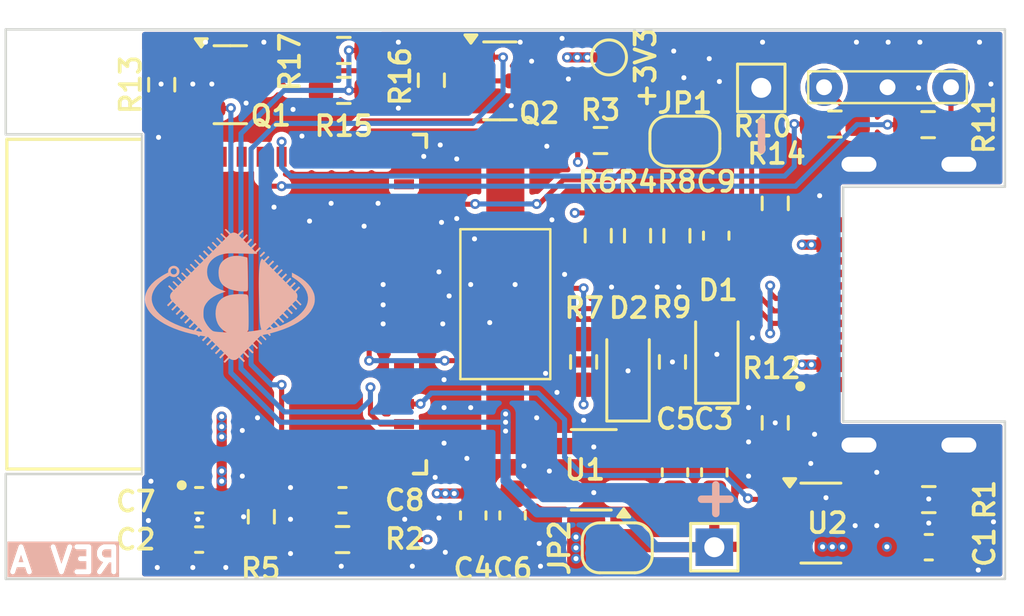
<source format=kicad_pcb>
(kicad_pcb (version 20241229) (generator "pcbnew") (generator_version "9.0")
  (layers (0 "F.Cu" signal) (4 "In1.Cu" signal "GND.Cu") (6 "In2.Cu" signal "3V3.Cu") (2 "B.Cu" signal) (13 "F.Paste" user) (15 "B.Paste" user) (5 "F.SilkS" user "F.Silkscreen") (7 "B.SilkS" user "B.Silkscreen") (1 "F.Mask" user) (3 "B.Mask" user) (25 "Edge.Cuts" user))
  (net 0 "")
  (net 1 "GND")
  (net 2 "VUSB")
  (net 3 "+3V3")
  (net 4 "VBAT")
  (net 5 "Net-(MOD1-EN)")
  (net 6 "SW_CTRL")
  (net 7 "PWR_EN")
  (net 8 "Net-(D2-A)")
  (net 9 "Net-(D3-A-Pad3)")
  (net 10 "Net-(D3-A-Pad1)")
  (net 11 "USB_DP")
  (net 12 "USB_DN")
  (net 13 "Net-(J1-CC1)")
  (net 14 "Net-(J1-CC2)")
  (net 17 "GPIO9")
  (net 18 "GPIO8")
  (net 19 "GPIO2")
  (net 20 "VMON")
  (net 22 "VMON_EN")
  (net 23 "STAT")
  (net 24 "LED_GREEN")
  (net 26 "LED_RED")
  (net 27 "LATCH")
  (net 29 "Net-(Q1-G)")
  (net 30 "Net-(Q1-D)")
  (net 31 "Net-(U2-PROG)")
  (net 32 "Net-(R4-Pad1)")
  (footprint "Capacitor_SMD:C_0603_1608Metric_Pad1.08x0.95mm_HandSolder" (layer "F.Cu") (at -19.7104 -2.54 90)
    (property "Reference" "C6")
    (property "Value" "100nF")
  )
  (footprint "ssb-opto:TH GENERIC LED 3MM DUAL (RED 3D)" (layer "F.Cu") (at -4.699 -19.685)
    (property "Reference" "D3" (hide yes))
    (property "Value" "GREEN/RED")
  )
  (footprint "Jumper:SolderJumper-2_P1.3mm_Open_RoundedPad1.0x1.5mm" (layer "F.Cu") (at -12.812 -17.526 180)
    (property "Reference" "JP1")
    (property "Value" "Jumper_2_Open")
  )
  (footprint "ssb-mechanical-switch:SMD GENERIC 2-PIN 3.6x6x2.5" (layer "F.Cu") (at -20 -11 -90)
    (property "Reference" "SW1" (hide yes))
    (property "Value" "CLEAR" (hide yes))
  )
  (footprint "Package_TO_SOT_SMD:SOT-23" (layer "F.Cu") (at -31.0111 -19.7866)
    (property "Reference" "Q1")
    (property "Value" "IRLML6402")
  )
  (footprint "Capacitor_SMD:C_0603_1608Metric_Pad1.08x0.95mm_HandSolder" (layer "F.Cu") (at -32.258 -1.5748 180)
    (property "Reference" "C2")
    (property "Value" "10uF")
  )
  (footprint "Capacitor_SMD:C_0603_1608Metric_Pad1.08x0.95mm_HandSolder" (layer "F.Cu") (at -11.6332 -4.2672 90)
    (property "Reference" "C3")
    (property "Value" "10uF")
  )
  (footprint "ssb-module-wireless:SMD ESP32-C3-MINI-1-N4" (layer "F.Cu") (at -31.656 -11 90)
    (property "Reference" "MOD1" (hide yes))
    (property "Value" "ESP32-C3-MINI-1-N4" (hide yes))
  )
  (footprint "Resistor_SMD:R_0603_1608Metric_Pad0.98x0.95mm_HandSolder" (layer "F.Cu") (at -14.7066 -13.7414 -90)
    (property "Reference" "R4")
    (property "Value" "1K")
  )
  (footprint "Diode_SMD:D_SOD-323_HandSoldering" (layer "F.Cu") (at -11.5316 -9.0424 90)
    (property "Reference" "D1")
    (property "Value" "1N4148")
  )
  (footprint "Resistor_SMD:R_0603_1608Metric_Pad0.98x0.95mm_HandSolder" (layer "F.Cu") (at -26.4668 -19.558 180)
    (property "Reference" "R15")
    (property "Value" "100K")
  )
  (footprint "Jumper:SolderJumper-2_P1.3mm_Open_RoundedPad1.0x1.5mm" (layer "F.Cu") (at -15.5194 -1.2446)
    (property "Reference" "JP2")
    (property "Value" "Jumper_2_Open")
  )
  (footprint "TestPoint:TestPoint_THTPad_1.5x1.5mm_Drill0.7mm" (layer "F.Cu") (at -9.7536 -19.6596)
    (property "Reference" "TP2" (hide yes))
    (property "Value" "GND")
  )
  (footprint "Resistor_SMD:R_0603_1608Metric_Pad0.98x0.95mm_HandSolder" (layer "F.Cu") (at -9.1948 -15.0349 90)
    (property "Reference" "R14")
    (property "Value" "5K1")
  )
  (footprint "Resistor_SMD:R_0603_1608Metric_Pad0.98x0.95mm_HandSolder" (layer "F.Cu") (at -26.5176 -1.5748)
    (property "Reference" "R2")
    (property "Value" "22K")
  )
  (footprint "Capacitor_SMD:C_0603_1608Metric_Pad1.08x0.95mm_HandSolder" (layer "F.Cu") (at -26.5187 -3.1496 180)
    (property "Reference" "C8")
    (property "Value" "1uF")
  )
  (footprint "Resistor_SMD:R_0603_1608Metric_Pad0.98x0.95mm_HandSolder" (layer "F.Cu") (at -16.8656 -8.6868 -90)
    (property "Reference" "R7")
    (property "Value" "1K")
  )
  (footprint "Resistor_SMD:R_0603_1608Metric_Pad0.98x0.95mm_HandSolder" (layer "F.Cu") (at -22.9616 -19.9644 90)
    (property "Reference" "R16")
    (property "Value" "100K")
  )
  (footprint "Resistor_SMD:R_0603_1608Metric_Pad0.98x0.95mm_HandSolder" (layer "F.Cu") (at -29.7688 -2.4892 90)
    (property "Reference" "R5")
    (property "Value" "10K")
  )
  (footprint "Capacitor_SMD:C_0603_1608Metric_Pad1.08x0.95mm_HandSolder" (layer "F.Cu") (at -11.557 -13.7414 90)
    (property "Reference" "C9")
    (property "Value" "1uF")
  )
  (footprint "Capacitor_SMD:C_0603_1608Metric_Pad1.08x0.95mm_HandSolder" (layer "F.Cu") (at -3.048 -1.27)
    (property "Reference" "C1")
    (property "Value" "4,7uF")
  )
  (footprint "Package_TO_SOT_SMD:SOT-23-5_HandSoldering" (layer "F.Cu") (at -16.4592 -4.3688 180)
    (property "Reference" "U1")
    (property "Value" "TLV75733PDBVR")
  )
  (footprint "Resistor_SMD:R_0603_1608Metric_Pad0.98x0.95mm_HandSolder" (layer "F.Cu") (at -26.4668 -21.1582)
    (property "Reference" "R17")
    (property "Value" "100K")
  )
  (footprint "Package_SO:TSOP-5_1.65x3.05mm_P0.95mm" (layer "F.Cu") (at -7.366 -2.2352)
    (property "Reference" "U2")
    (property "Value" "MCP73831T-2ACI/OT")
  )
  (footprint "Capacitor_SMD:C_0603_1608Metric_Pad1.08x0.95mm_HandSolder" (layer "F.Cu") (at -21.2852 -2.54 -90)
    (property "Reference" "C4")
    (property "Value" "10uF")
  )
  (footprint "Resistor_SMD:R_0603_1608Metric_Pad0.98x0.95mm_HandSolder" (layer "F.Cu") (at -6.8072 -18.2118)
    (property "Reference" "R10")
    (property "Value" "3K3")
  )
  (footprint "Capacitor_SMD:C_0603_1608Metric_Pad1.08x0.95mm_HandSolder" (layer "F.Cu") (at -13.208 -4.2672 -90)
    (property "Reference" "C5")
    (property "Value" "100nF")
  )
  (footprint "Resistor_SMD:R_0603_1608Metric_Pad0.98x0.95mm_HandSolder" (layer "F.Cu") (at -33.7566 -19.7866 -90)
    (property "Reference" "R13")
    (property "Value" "100K")
  )
  (footprint "Resistor_SMD:R_0603_1608Metric_Pad0.98x0.95mm_HandSolder" (layer "F.Cu") (at -13.3096 -8.6868 90)
    (property "Reference" "R9")
    (property "Value" "1M")
  )
  (footprint "Resistor_SMD:R_0603_1608Metric_Pad0.98x0.95mm_HandSolder" (layer "F.Cu") (at -16.1902 -17.5514)
    (property "Reference" "R3")
    (property "Value" "10K")
  )
  (footprint "Resistor_SMD:R_0603_1608Metric_Pad0.98x0.95mm_HandSolder" (layer "F.Cu") (at -9.1948 -6.2484 90)
    (property "Reference" "R12")
    (property "Value" "5K1")
  )
  (footprint "TestPoint:TestPoint_Pad_D1.0mm" (layer "F.Cu") (at -15.8496 -20.8788)
    (property "Reference" "TP3" (hide yes))
    (property "Value" "TP-ROUND-SMD-2MM")
  )
  (footprint "Resistor_SMD:R_0603_1608Metric_Pad0.98x0.95mm_HandSolder" (layer "F.Cu") (at -16.2814 -13.7414 -90)
    (property "Reference" "R6")
    (property "Value" "10K")
  )
  (footprint "TestPoint:TestPoint_THTPad_1.5x1.5mm_Drill0.7mm" (layer "F.Cu") (at -11.6332 -1.27)
    (property "Reference" "TP1" (hide yes))
    (property "Value" "VBAT")
  )
  (footprint "Capacitor_SMD:C_0603_1608Metric_Pad1.08x0.95mm_HandSolder" (layer "F.Cu") (at -32.258 -3.1496 180)
    (property "Reference" "C7")
    (property "Value" "100nF")
  )
  (footprint "Diode_SMD:D_SOD-323_HandSoldering" (layer "F.Cu") (at -15.0876 -8.3312 90)
    (property "Reference" "D2")
    (property "Value" "1N4148")
  )
  (footprint "Package_TO_SOT_SMD:SOT-23" (layer "F.Cu") (at -20.2161 -19.939)
    (property "Reference" "Q2")
    (property "Value" "IRLML0030")
  )
  (footprint "Resistor_SMD:R_0603_1608Metric_Pad0.98x0.95mm_HandSolder" (layer "F.Cu") (at -3.0734 -18.1864 180)
    (property "Reference" "R11")
    (property "Value" "3K3")
  )
  (footprint "Resistor_SMD:R_0603_1608Metric_Pad0.98x0.95mm_HandSolder" (layer "F.Cu") (at -3.048 -3.175 180)
    (property "Reference" "R1")
    (property "Value" "47K")
  )
  (footprint "Resistor_SMD:R_0603_1608Metric_Pad0.98x0.95mm_HandSolder" (layer "F.Cu") (at -13.1318 -13.7395 90)
    (property "Reference" "R8")
    (property "Value" "10K")
  )
  (footprint "ssb-mechanical-connector:SMD USB4520-03-1-A" (layer "F.Cu") (at -3.302 -11 90)
    (property "Reference" "J1" (hide yes))
    (property "Value" "USB4520-03-1-A" (hide yes))
  )
  (footprint "LOGO" (layer "B.Cu") (at -31.242 -11.176 180)
    (property "Reference" "G***" (hide yes))
    (property "Value" "LOGO" (hide yes))
  )
  (gr_line (start -23.1648 -17.79) (end -23.1648 -17.282) (stroke (width 0.15)) (layer "F.SilkS"))
  (gr_line (start -23.1648 -4.2164) (end -23.6728 -4.2164) (stroke (width 0.15)) (layer "F.SilkS"))
  (gr_line (start -23.1648 -4.2164) (end -23.1648 -4.7244) (stroke (width 0.15)) (layer "F.SilkS"))
  (gr_line (start -23.1648 -17.79) (end -23.6728 -17.79) (stroke (width 0.15)) (layer "F.SilkS"))
  (gr_line (start 0 0) (end 0 -6.3) (stroke (width 0.1)) (layer "Edge.Cuts"))
  (gr_line (start 0 -6.3) (end -6.477 -6.3) (stroke (width 0.1)) (layer "Edge.Cuts"))
  (gr_line (start -6.477 -15.7) (end -6.477 -6.3) (stroke (width 0.1)) (layer "Edge.Cuts"))
  (gr_line (start 0 -22) (end 0 -15.7) (stroke (width 0.1)) (layer "Edge.Cuts"))
  (gr_line (start -40 -17.8) (end -40 -22) (stroke (width 0.1)) (layer "Edge.Cuts"))
  (gr_line (start 0 -22) (end -40 -22) (stroke (width 0.1)) (layer "Edge.Cuts"))
  (gr_line (start -40 -17.8) (end -34.544 -17.8) (stroke (width 0.1)) (layer "Edge.Cuts"))
  (gr_line (start -40 -4.2) (end -34.544 -4.2) (stroke (width 0.1)) (layer "Edge.Cuts"))
  (gr_line (start -40 0) (end -40 -4.2) (stroke (width 0.1)) (layer "Edge.Cuts"))
  (gr_line (start -34.544 -17.8) (end -34.544 -4.2) (stroke (width 0.1)) (layer "Edge.Cuts"))
  (gr_line (start 0 0) (end -40 0) (stroke (width 0.1)) (layer "Edge.Cuts"))
  (gr_line (start 0 -15.7) (end -6.477 -15.7) (stroke (width 0.1)) (layer "Edge.Cuts"))
  (gr_text "+3V3" (at -13.9192 -18.7452 90) (layer "F.SilkS") (effects (font (size 0.8 0.8) (thickness 0.15) (bold yes)) (justify left bottom)))
  (gr_text "REV A" (at -35.306 -0.1524 0) (layer "B.SilkS" knockout) (effects (font (size 1 1) (thickness 0.2) (bold yes)) (justify left bottom mirror)))
  (gr_text "+" (at -12.7 -3.9624 180) (layer "B.SilkS") (effects (font (size 1.5 1.5) (thickness 0.3) (bold yes)) (justify left bottom mirror)))
  (gr_text "-" (at -10.5156 -16.6116 270) (layer "B.SilkS") (effects (font (size 1.5 1.5) (thickness 0.3) (bold yes)) (justify left bottom mirror)))
  (via (at -25.654 -14.1224) (size 0.4) (drill 0.2) (layers "F.Cu" "B.Cu") (net 1))
  (via (at -29.9212 -6.4516) (size 0.4) (drill 0.2) (layers "F.Cu" "B.Cu") (net 1))
  (via (at -34.29 -2.3368) (size 0.4) (drill 0.2) (layers "F.Cu" "B.Cu") (net 1))
  (via (at -17.9324 -7.4676) (size 0.4) (drill 0.2) (layers "F.Cu" "B.Cu") (net 1))
  (via (at -5.9436 -21.4884) (size 0.4) (drill 0.2) (layers "F.Cu" "B.Cu") (net 1))
  (via (at -21.3868 -11.7856) (size 0.4) (drill 0.2) (layers "F.Cu" "B.Cu") (net 1))
  (via (at -13.2588 -21.1328) (size 0.4) (drill 0.2) (layers "F.Cu" "B.Cu") (net 1))
  (via (at -23.7236 -0.508) (size 0.4) (drill 0.2) (layers "F.Cu" "B.Cu") (net 1))
  (via (at -19.7612 -18.9484) (size 0.4) (drill 0.2) (layers "F.Cu" "B.Cu") (net 1))
  (via (at -3.4544 -19.6596) (size 0.4) (drill 0.2) (layers "F.Cu" "B.Cu") (net 1))
  (via (at -22.2504 -11.3284) (size 0.4) (drill 0.2) (layers "F.Cu" "B.Cu") (net 1))
  (via (at -22.6568 -2.4384) (size 0.4) (drill 0.2) (layers "F.Cu" "B.Cu") (net 1))
  (via (at -21.2344 -13.6144) (size 0.4) (drill 0.2) (layers "F.Cu" "B.Cu") (net 1))
  (via (at -18.1356 -14.3764) (size 0.4) (drill 0.2) (layers "F.Cu" "B.Cu") (net 1))
  (via (at -7.4168 -15.3416) (size 0.4) (drill 0.2) (layers "F.Cu" "B.Cu") (net 1))
  (via (at -30.3784 -19.05) (size 0.4) (drill 0.2) (layers "F.Cu" "B.Cu") (net 1))
  (via (at -20.6248 -10.2616) (size 0.4) (drill 0.2) (layers "F.Cu" "B.Cu") (net 1))
  (via (at -22.4536 -7.9756) (size 0.4) (drill 0.2) (layers "F.Cu" "B.Cu") (net 1))
  (via (at -28.6004 -2.3876) (size 0.4) (drill 0.2) (layers "F.Cu" "B.Cu") (net 1))
  (via (at -28.4988 -18.796) (size 0.4) (drill 0.2) (layers "F.Cu" "B.Cu") (net 1))
  (via (at -19.6088 -11.7856) (size 0.4) (drill 0.2) (layers "F.Cu" "B.Cu") (net 1))
  (via (at -24.892 -10.9728) (size 0.4) (drill 0.2) (layers "F.Cu" "B.Cu") (net 1))
  (via (at -31.75 -19.812) (size 0.4) (drill 0.2) (layers "F.Cu" "B.Cu") (net 1))
  (via (at -11.43 -19.9136) (size 0.4) (drill 0.2) (layers "F.Cu" "B.Cu") (net 1))
  (via (at -17.4752 -20.0152) (size 0.4) (drill 0.2) (layers "F.Cu" "B.Cu") (net 1))
  (via (at -18.3388 -17.3228) (size 0.4) (drill 0.2) (layers "F.Cu" "B.Cu") (net 1))
  (via (at -18.9484 -20.7264) (size 0.4) (drill 0.2) (layers "F.Cu" "B.Cu") (net 1))
  (via (at -15.748 -11.684) (size 0.4) (drill 0.2) (layers "F.Cu" "B.Cu") (net 1))
  (via (at -22.4028 -1.0668) (size 0.4) (drill 0.2) (layers "F.Cu" "B.Cu") (net 1))
  (via (at -27.8384 -14.3256) (size 0.4) (drill 0.2) (layers "F.Cu" "B.Cu") (net 1))
  (via (at -7.62 -5.7912) (size 0.4) (drill 0.2) (layers "F.Cu" "B.Cu") (net 1))
  (via (at -18.7452 -6.4516) (size 0.4) (drill 0.2) (layers "F.Cu" "B.Cu") (net 1))
  (via (at -21.5392 -4.826) (size 0.4) (drill 0.2) (layers "F.Cu" "B.Cu") (net 1))
  (via (at -33.9344 -0.4572) (size 0.4) (drill 0.2) (layers "F.Cu" "B.Cu") (net 1))
  (via (at -5.1308 -2.1336) (size 0.4) (drill 0.2) (layers "F.Cu" "B.Cu") (net 1))
  (via (at -30.5308 -4.1148) (size 0.4) (drill 0.2) (layers "F.Cu" "B.Cu") (net 1))
  (via (at -10.2616 -6.858) (size 0.4) (drill 0.2) (layers "F.Cu" "B.Cu") (net 1))
  (via (at -0.5588 -19.812) (size 0.4) (drill 0.2) (layers "F.Cu" "B.Cu") (net 1))
  (via (at -26.5684 -0.508) (size 0.4) (drill 0.2) (layers "F.Cu" "B.Cu") (net 1))
  (via (at -18.6436 -1.4224) (size 0.4) (drill 0.2) (layers "F.Cu" "B.Cu") (net 1))
  (via (at -24.2824 -18.8468) (size 0.4) (drill 0.2) (layers "F.Cu" "B.Cu") (net 1))
  (via (at -18.2372 -4.318) (size 0.4) (drill 0.2) (layers "F.Cu" "B.Cu") (net 1))
  (via (at -25.0952 -15.0368) (size 0.4) (drill 0.2) (layers "F.Cu" "B.Cu") (net 1))
  (via (at -3.4036 -21.4884) (size 0.4) (drill 0.2) (layers "F.Cu" "B.Cu") (net 1))
  (via (at -17.6276 -12.192) (size 0.4) (drill 0.2) (layers "F.Cu" "B.Cu") (net 1))
  (via (at -0.4572 -2.286) (size 0.4) (drill 0.2) (layers "F.Cu" "B.Cu") (net 1))
  (via (at -30.5308 -5.9436) (size 0.4) (drill 0.2) (layers "F.Cu" "B.Cu") (net 1))
  (via (at -16.4592 -5.2832) (size 0.4) (drill 0.2) (layers "F.Cu" "B.Cu") (net 1))
  (via (at -10.1092 -9.652) (size 0.4) (drill 0.2) (layers "F.Cu" "B.Cu") (net 1))
  (via (at -29.6672 -21.4884) (size 0.4) (drill 0.2) (layers "F.Cu" "B.Cu") (net 1))
  (via (at -10.2616 -5.4864) (size 0.4) (drill 0.2) (layers "F.Cu" "B.Cu") (net 1))
  (via (at -13.3096 -8.6868) (size 0.4) (drill 0.2) (layers "F.Cu" "B.Cu") (net 1))
  (via (at -33.782 -19.812) (size 0.4) (drill 0.2) (layers "F.Cu" "B.Cu") (net 1))
  (via (at -1.016 -21.4884) (size 0.4) (drill 0.2) (layers "F.Cu" "B.Cu") (net 1))
  (via (at -22.5552 -14.2748) (size 0.4) (drill 0.2) (layers "F.Cu" "B.Cu") (net 1))
  (via (at -1.0668 -0.3556) (size 0.4) (drill 0.2) (layers "F.Cu" "B.Cu") (net 1))
  (via (at -5.1308 -4.2672) (size 0.4) (drill 0.2) (layers "F.Cu" "B.Cu") (net 1))
  (via (at -26.9748 -15.0368) (size 0.4) (drill 0.2) (layers "F.Cu" "B.Cu") (net 1))
  (via (at -22.4536 -5.4356) (size 0.4) (drill 0.2) (layers "F.Cu" "B.Cu") (net 1))
  (via (at -34.1884 -3.9116) (size 0.4) (drill 0.2) (layers "F.Cu" "B.Cu") (net 1))
  (via (at -28.6004 -1.016) (size 0.4) (drill 0.2) (layers "F.Cu" "B.Cu") (net 1))
  (via (at -30.48 -2.4892) (size 0.4) (drill 0.2) (layers "F.Cu" "B.Cu") (net 1))
  (via (at -22.8092 -4.064) (size 0.4) (drill 0.2) (layers "F.Cu" "B.Cu") (net 1))
  (via (at -9.1948 -6.2484) (size 0.4) (drill 0.2) (layers "F.Cu" "B.Cu") (net 1))
  (via (at -22.5044 -10.2108) (size 0.4) (drill 0.2) (layers "F.Cu" "B.Cu") (net 1))
  (via (at -15.0876 -8.3312) (size 0.4) (drill 0.2) (layers "F.Cu" "B.Cu") (net 1))
  (via (at -4.6736 -21.4884) (size 0.4) (drill 0.2) (layers "F.Cu" "B.Cu") (net 1))
  (via (at -24.892 -10.2108) (size 0.4) (drill 0.2) (layers "F.Cu" "B.Cu") (net 1))
  (via (at -19.4056 -21.4884) (size 0.4) (drill 0.2) (layers "F.Cu" "B.Cu") (net 1))
  (via (at -17.7292 -21.6408) (size 0.4) (drill 0.2) (layers "F.Cu" "B.Cu") (net 1))
  (via (at -24.2824 -21.4884) (size 0.4) (drill 0.2) (layers "F.Cu" "B.Cu") (net 1))
  (via (at -3.048 -2.2352) (size 0.4) (drill 0.2) (layers "F.Cu" "B.Cu") (net 1))
  (via (at -28.1432 -17.7292) (size 0.4) (drill 0.2) (layers "F.Cu" "B.Cu") (net 1))
  (via (at -7.7724 -4.6228) (size 0.4) (drill 0.2) (layers "F.Cu" "B.Cu") (net 1))
  (via (at -22.606 -17.3736) (size 0.4) (drill 0.2) (layers "F.Cu" "B.Cu") (net 1))
  (via (at -3.048 -3.2004) (size 0.4) (drill 0.2) (layers "F.Cu" "B.Cu") (net 1))
  (via (at -13.9192 -11.684) (size 0.4) (drill 0.2) (layers "F.Cu" "B.Cu") (net 1))
  (via (at -18.5928 -0.508) (size 0.4) (drill 0.2) (layers "F.Cu" "B.Cu") (net 1))
  (via (at -29.2608 -14.8844) (size 0.4) (drill 0.2) (layers "F.Cu" "B.Cu") (net 1))
  (via (at -7.1628 -3.2512) (size 0.4) (drill 0.2) (layers "F.Cu" "B.Cu") (net 1))
  (via (at -5.9944 -2.1336) (size 0.4) (drill 0.2) (layers "F.Cu" "B.Cu") (net 1))
  (via (at -21.9456 -14.4272) (size 0.4) (drill 0.2) (layers "F.Cu" "B.Cu") (net 1))
  (via (at -18.3896 -8.2296) (size 0.4) (drill 0.2) (layers "F.Cu" "B.Cu") (net 1))
  (via (at -12.8524 -20.066) (size 0.4) (drill 0.2) (layers "F.Cu" "B.Cu") (net 1))
  (via (at -24.892 -11.7856) (size 0.4) (drill 0.2) (layers "F.Cu" "B.Cu") (net 1))
  (via (at -28.6004 -3.6576) (size 0.4) (drill 0.2) (layers "F.Cu" "B.Cu") (net 1))
  (via (at -24.0284 -2.3876) (size 0.4) (drill 0.2) (layers "F.Cu" "B.Cu") (net 1))
  (via (at -22.6568 -12.2936) (size 0.4) (drill 0.2) (layers "F.Cu" "B.Cu") (net 1))
  (via (at -11.8364 -20.828) (size 0.4) (drill 0.2) (layers "F.Cu" "B.Cu") (net 1))
  (via (at -21.9456 -16.8148) (size 0.4) (drill 0.2) (layers "F.Cu" "B.Cu") (net 1))
  (via (at -21.3868 -6.858) (size 0.4) (drill 0.2) (layers "F.Cu" "B.Cu") (net 1))
  (via (at -33.8836 -17.6784) (size 0.4) (drill 0.2) (layers "F.Cu" "B.Cu") (net 1))
  (via (at -11.5316 -8.9916) (size 0.4) (drill 0.2) (layers "F.Cu" "B.Cu") (net 1))
  (via (at -23.2664 -16.9164) (size 0.4) (drill 0.2) (layers "F.Cu" "B.Cu") (net 1))
  (via (at -16.8656 -6.35) (size 0.4) (drill 0.2) (layers "F.Cu" "B.Cu") (net 1))
  (via (at -10.2616 -4.1148) (size 0.4) (drill 0.2) (layers "F.Cu" "B.Cu") (net 1))
  (via (at -32.512 -0.4572) (size 0.4) (drill 0.2) (layers "F.Cu" "B.Cu") (net 1))
  (via (at -32.004 -21.4884) (size 0.4) (drill 0.2) (layers "F.Cu" "B.Cu") (net 1))
  (via (at -32.512 -19.812) (size 0.4) (drill 0.2) (layers "F.Cu" "B.Cu") (net 1))
  (via (at -32.3088 -2.3876) (size 0.4) (drill 0.2) (layers "F.Cu" "B.Cu") (net 1))
  (via (at -19.2532 -4.5212) (size 0.4) (drill 0.2) (layers "F.Cu" "B.Cu") (net 1))
  (via (at -16.4592 -3.4544) (size 0.4) (drill 0.2) (layers "F.Cu" "B.Cu") (net 1))
  (via (at -9.7028 -21.4884) (size 0.4) (drill 0.2) (layers "F.Cu" "B.Cu") (net 1))
  (via (at -13.0556 -11.684) (size 0.4) (drill 0.2) (layers "F.Cu" "B.Cu") (net 1))
  (via (at -22.4536 -6.858) (size 0.4) (drill 0.2) (layers "F.Cu" "B.Cu") (net 1))
  (via (at -31.1912 -0.4572) (size 0.4) (drill 0.2) (layers "F.Cu" "B.Cu") (net 1))
  (segment (start -7.747 -13.38) (end -8.128 -13.38) (width 0.4064) (layer "F.Cu") (net 2))
  (segment (start -6.992 -8.58) (end -7.747 -8.58) (width 0.4064) (layer "F.Cu") (net 2))
  (segment (start -3.9257 -1.2852) (end -3.9105 -1.27) (width 0.4064) (layer "F.Cu") (net 2))
  (segment (start -7.747 -8.58) (end -8.128 -8.58) (width 0.4064) (layer "F.Cu") (net 2))
  (segment (start -6.992 -13.38) (end -7.747 -13.38) (width 0.4064) (layer "F.Cu") (net 2))
  (segment (start -4.7244 -1.2852) (end -3.9257 -1.2852) (width 0.4064) (layer "F.Cu") (net 2))
  (via (at -8.128 -13.38) (size 0.4) (drill 0.2) (layers "F.Cu" "B.Cu") (net 2))
  (via (at -6.5024 -1.2852) (size 0.4) (drill 0.2) (layers "F.Cu" "B.Cu") (net 2))
  (via (at -7.747 -13.38) (size 0.4) (drill 0.2) (layers "F.Cu" "B.Cu") (net 2))
  (via (at -8.128 -8.58) (size 0.4) (drill 0.2) (layers "F.Cu" "B.Cu") (net 2))
  (via (at -7.747 -8.58) (size 0.4) (drill 0.2) (layers "F.Cu" "B.Cu") (net 2))
  (via (at -17.1704 -0.8128) (size 0.4) (drill 0.2) (layers "F.Cu" "B.Cu") (net 2))
  (via (at -17.1704 -1.6764) (size 0.4) (drill 0.2) (layers "F.Cu" "B.Cu") (net 2))
  (via (at -4.7244 -1.2852) (size 0.4) (drill 0.2) (layers "F.Cu" "B.Cu") (net 2))
  (via (at -7.3 -1.2852) (size 0.4) (drill 0.2) (layers "F.Cu" "B.Cu") (net 2))
  (via (at -17.1704 -1.2446) (size 0.4) (drill 0.2) (layers "F.Cu" "B.Cu") (net 2))
  (via (at -6.9088 -1.2852) (size 0.4) (drill 0.2) (layers "F.Cu" "B.Cu") (net 2))
  (segment (start -20.5232 -3.4188) (end -21.2689 -3.4188) (width 0.4064) (layer "F.Cu") (net 3))
  (segment (start -31.356 -6.096) (end -31.356 -6.5024) (width 0.4064) (layer "F.Cu") (net 3))
  (segment (start -25.6051 -1.5748) (end -23.114 -1.5748) (width 0.2032) (layer "F.Cu") (net 3))
  (segment (start -16.7132 -20.8788) (end -17.1196 -20.8788) (width 0.4064) (layer "F.Cu") (net 3))
  (segment (start -17.1196 -20.8788) (end -17.526 -20.8788) (width 0.4064) (layer "F.Cu") (net 3))
  (segment (start -20.5232 -3.4188) (end -22.0472 -3.4188) (width 0.4064) (layer "F.Cu") (net 3))
  (segment (start -29.7688 -1.5767) (end -31.3936 -1.5767) (width 0.2032) (layer "F.Cu") (net 3))
  (segment (start -22.0472 -3.4188) (end -22.4028 -3.4188) (width 0.4064) (layer "F.Cu") (net 3))
  (segment (start -31.356 -3.9116) (end -31.356 -1.6143) (width 0.4064) (layer "F.Cu") (net 3))
  (segment (start -17.8092 -3.4188) (end -20.5232 -3.4188) (width 0.4064) (layer "F.Cu") (net 3))
  (segment (start -31.356 -4.318) (end -31.356 -3.9116) (width 0.4064) (layer "F.Cu") (net 3))
  (segment (start -31.3936 -1.5767) (end -31.3955 -1.5748) (width 0.4064) (layer "F.Cu") (net 3))
  (segment (start -15.8496 -20.8788) (end -16.7132 -20.8788) (width 0.4064) (layer "F.Cu") (net 3))
  (segment (start -17.1027 -17.5514) (end -17.1027 -16.6963) (width 0.2032) (layer "F.Cu") (net 3))
  (segment (start -31.356 -5.6896) (end -31.356 -6.096) (width 0.4064) (layer "F.Cu") (net 3))
  (segment (start -16.2814 -14.6539) (end -17.2193 -14.6539) (width 0.2032) (layer "F.Cu") (net 3))
  (segment (start -17.1027 -16.6963) (end -17.0942 -16.6878) (width 0.2032) (layer "F.Cu") (net 3))
  (segment (start -29.7707 -1.5748) (end -29.7688 -1.5767) (width 0.4064) (layer "F.Cu") (net 3))
  (segment (start -31.356 -1.6143) (end -31.3955 -1.5748) (width 0.4064) (layer "F.Cu") (net 3))
  (segment (start -31.356 -5.1) (end -31.356 -4.318) (width 0.4064) (layer "F.Cu") (net 3))
  (segment (start -21.2689 -3.4188) (end -21.2852 -3.4025) (width 0.4064) (layer "F.Cu") (net 3))
  (segment (start -31.356 -5.1) (end -31.356 -5.6896) (width 0.4064) (layer "F.Cu") (net 3))
  (segment (start -22.4028 -3.4188) (end -22.7432 -3.4188) (width 0.4064) (layer "F.Cu") (net 3))
  (via (at -17.0942 -16.6878) (size 0.4) (drill 0.2) (layers "F.Cu" "B.Cu") (net 3))
  (via (at -16.7132 -20.8788) (size 0.4) (drill 0.2) (layers "F.Cu" "B.Cu") (net 3))
  (via (at -22.0472 -3.4188) (size 0.4) (drill 0.2) (layers "F.Cu" "B.Cu") (net 3))
  (via (at -17.1196 -20.8788) (size 0.4) (drill 0.2) (layers "F.Cu" "B.Cu") (net 3))
  (via (at -31.356 -6.096) (size 0.4) (drill 0.2) (layers "F.Cu" "B.Cu") (net 3))
  (via (at -17.526 -20.8788) (size 0.4) (drill 0.2) (layers "F.Cu" "B.Cu") (net 3))
  (via (at -22.4028 -3.4188) (size 0.4) (drill 0.2) (layers "F.Cu" "B.Cu") (net 3))
  (via (at -31.356 -4.318) (size 0.4) (drill 0.2) (layers "F.Cu" "B.Cu") (net 3))
  (via (at -17.2193 -14.6539) (size 0.4) (drill 0.2) (layers "F.Cu" "B.Cu") (net 3))
  (via (at -31.356 -3.9116) (size 0.4) (drill 0.2) (layers "F.Cu" "B.Cu") (net 3))
  (via (at -31.356 -6.5024) (size 0.4) (drill 0.2) (layers "F.Cu" "B.Cu") (net 3))
  (via (at -31.356 -5.6896) (size 0.4) (drill 0.2) (layers "F.Cu" "B.Cu") (net 3))
  (via (at -22.7432 -3.4188) (size 0.4) (drill 0.2) (layers "F.Cu" "B.Cu") (net 3))
  (via (at -23.114 -1.5748) (size 0.4) (drill 0.2) (layers "F.Cu" "B.Cu") (net 3))
  (segment (start -11.6332 -3.4047) (end -11.6332 -1.27) (width 0.4064) (layer "F.Cu") (net 4))
  (segment (start -11.6332 -1.27) (end -14.844 -1.27) (width 0.4064) (layer "F.Cu") (net 4))
  (segment (start -9.116 -1.2852) (end -11.618 -1.2852) (width 0.4064) (layer "F.Cu") (net 4))
  (segment (start -30.9982 -18.8366) (end -30.988 -18.8468) (width 0.2032) (layer "F.Cu") (net 4))
  (segment (start -31.9486 -18.8366) (end -33.7191 -18.8366) (width 0.2032) (layer "F.Cu") (net 4))
  (segment (start -33.7191 -18.8366) (end -33.7566 -18.8741) (width 0.2032) (layer "F.Cu") (net 4))
  (segment (start -11.6473 -3.4188) (end -11.6332 -3.4047) (width 0.4064) (layer "F.Cu") (net 4))
  (segment (start -31.9486 -18.8366) (end -30.9982 -18.8366) (width 0.2032) (layer "F.Cu") (net 4))
  (segment (start -11.618 -1.2852) (end -11.6332 -1.27) (width 0.4064) (layer "F.Cu") (net 4))
  (segment (start -15.1092 -3.4188) (end -11.6473 -3.4188) (width 0.4064) (layer "F.Cu") (net 4))
  (segment (start -14.844 -1.27) (end -14.8694 -1.2446) (width 0.4064) (layer "F.Cu") (net 4))
  (via (at -19.9898 -6.604) (size 0.4) (drill 0.2) (layers "F.Cu" "B.Cu") (net 4))
  (via (at -30.988 -18.8468) (size 0.4) (drill 0.2) (layers "F.Cu" "B.Cu") (net 4))
  (via (at -19.9898 -5.9182) (size 0.4) (drill 0.2) (layers "F.Cu" "B.Cu") (net 4))
  (via (at -19.9898 -6.2738) (size 0.4) (drill 0.2) (layers "F.Cu" "B.Cu") (net 4))
  (segment (start -30.988 -18.8468) (end -30.988 -8.255) (width 0.2032) (layer "B.Cu") (net 4))
  (segment (start -19.9898 -5.9182) (end -19.9898 -6.2738) (width 0.4064) (layer "B.Cu") (net 4))
  (segment (start -18.7198 -2.667) (end -19.9898 -3.937) (width 0.4064) (layer "B.Cu") (net 4))
  (segment (start -29.0068 -6.2738) (end -19.9898 -6.2738) (width 0.2032) (layer "B.Cu") (net 4))
  (segment (start -11.6332 -1.27) (end -13.97 -1.27) (width 0.4064) (layer "B.Cu") (net 4))
  (segment (start -15.367 -2.667) (end -18.7198 -2.667) (width 0.4064) (layer "B.Cu") (net 4))
  (segment (start -13.97 -1.27) (end -15.367 -2.667) (width 0.4064) (layer "B.Cu") (net 4))
  (segment (start -19.9898 -6.2738) (end -19.9898 -6.604) (width 0.4064) (layer "B.Cu") (net 4))
  (segment (start -30.988 -8.255) (end -29.0068 -6.2738) (width 0.2032) (layer "B.Cu") (net 4))
  (segment (start -19.9898 -3.937) (end -19.9898 -5.9182) (width 0.4064) (layer "B.Cu") (net 4))
  (segment (start -27.4301 -1.5748) (end -27.4301 -3.1007) (width 0.2032) (layer "F.Cu") (net 5))
  (segment (start -27.4301 -3.1007) (end -27.3812 -3.1496) (width 0.2032) (layer "F.Cu") (net 5))
  (segment (start -27.356 -3.1748) (end -27.3812 -3.1496) (width 0.2032) (layer "F.Cu") (net 5))
  (segment (start -27.356 -5.1) (end -27.356 -3.1748) (width 0.2032) (layer "F.Cu") (net 5))
  (segment (start -15.1638 -10.8204) (end -17.653 -10.8204) (width 0.2032) (layer "F.Cu") (net 6))
  (segment (start -24.056 -13.4) (end -24.8524 -13.4) (width 0.2032) (layer "F.Cu") (net 6))
  (segment (start -11.557 -12.8789) (end -13.0799 -12.8789) (width 0.2032) (layer "F.Cu") (net 6))
  (segment (start -25.4508 -12.8016) (end -25.4508 -8.7376) (width 0.2032) (layer "F.Cu") (net 6))
  (segment (start -15.0876 -10.8966) (end -15.1638 -10.8204) (width 0.2032) (layer "F.Cu") (net 6))
  (segment (start -13.0799 -12.8789) (end -13.1318 -12.827) (width 0.2032) (layer "F.Cu") (net 6))
  (segment (start -14.7066 -12.8289) (end -14.7066 -11.2776) (width 0.2032) (layer "F.Cu") (net 6))
  (segment (start -14.7047 -12.827) (end -14.7066 -12.8289) (width 0.2032) (layer "F.Cu") (net 6))
  (segment (start -14.7066 -11.2776) (end -15.0876 -10.8966) (width 0.2032) (layer "F.Cu") (net 6))
  (segment (start -18.2372 -10.2362) (end -18.2372 -9.5504) (width 0.2032) (layer "F.Cu") (net 6))
  (segment (start -25.2476 -13.0048) (end -25.4508 -12.8016) (width 0.2032) (layer "F.Cu") (net 6))
  (segment (start -19.05 -8.7376) (end -22.4282 -8.7376) (width 0.2032) (layer "F.Cu") (net 6))
  (segment (start -11.5316 -12.3444) (end -11.5316 -10.2924) (width 0.2032) (layer "F.Cu") (net 6))
  (segment (start -18.2372 -9.5504) (end -19.05 -8.7376) (width 0.2032) (layer "F.Cu") (net 6))
  (segment (start -17.653 -10.8204) (end -18.2372 -10.2362) (width 0.2032) (layer "F.Cu") (net 6))
  (segment (start -24.8524 -13.4) (end -25.2476 -13.0048) (width 0.2032) (layer "F.Cu") (net 6))
  (segment (start -13.1318 -12.827) (end -14.7047 -12.827) (width 0.2032) (layer "F.Cu") (net 6))
  (via (at -25.4508 -8.7376) (size 0.4) (drill 0.2) (layers "F.Cu" "B.Cu") (net 6))
  (via (at -22.4282 -8.7376) (size 0.4) (drill 0.2) (layers "F.Cu" "B.Cu") (net 6))
  (segment (start -22.4282 -8.7376) (end -25.4508 -8.7376) (width 0.2032) (layer "B.Cu") (net 6))
  (segment (start -11.5497 -7.7743) (end -11.5316 -7.7924) (width 0.2032) (layer "F.Cu") (net 7))
  (segment (start -15.1092 -5.3188) (end -15.1092 -7.0596) (width 0.2032) (layer "F.Cu") (net 7))
  (segment (start -13.3096 -7.7743) (end -14.3945 -7.7743) (width 0.2032) (layer "F.Cu") (net 7))
  (segment (start -14.3945 -7.7743) (end -15.0876 -7.0812) (width 0.2032) (layer "F.Cu") (net 7))
  (segment (start -15.1092 -7.0596) (end -15.0876 -7.0812) (width 0.2032) (layer "F.Cu") (net 7))
  (segment (start -13.3096 -7.7743) (end -11.5497 -7.7743) (width 0.2032) (layer "F.Cu") (net 7))
  (segment (start -15.1057 -9.5993) (end -15.0876 -9.5812) (width 0.2032) (layer "F.Cu") (net 8))
  (segment (start -16.8656 -9.5993) (end -15.1057 -9.5993) (width 0.2032) (layer "F.Cu") (net 8))
  (segment (start -2.159 -18.1883) (end -2.1609 -18.1864) (width 0.2032) (layer "F.Cu") (net 9))
  (segment (start -2.159 -19.685) (end -2.159 -18.1883) (width 0.2032) (layer "F.Cu") (net 9))
  (segment (start -5.8947 -18.3407) (end -7.239 -19.685) (width 0.2032) (layer "F.Cu") (net 10))
  (segment (start -5.8947 -18.2118) (end -5.8947 -18.3407) (width 0.2032) (layer "F.Cu") (net 10))
  (segment (start -26.556 -16.9) (end -26.556 -17.5032) (width 0.2032) (layer "F.Cu") (net 11))
  (segment (start -26.556 -17.5032) (end -25.7226 -18.3366) (width 0.2032) (layer "F.Cu") (net 11))
  (segment (start -9.243402 -10.73) (end -6.992 -10.73) (width 0.2) (layer "F.Cu") (net 11))
  (segment (start -10.1382 -11.624798) (end -9.243402 -10.73) (width 0.2) (layer "F.Cu") (net 11))
  (segment (start -17.947426 -19.4832) (end -12.0156 -19.4832) (width 0.2032) (layer "F.Cu") (net 11))
  (segment (start -10.1382 -12.954) (end -10.1382 -11.624798) (width 0.2) (layer "F.Cu") (net 11))
  (segment (start -8.4328 -12.2428) (end -9.427 -12.2428) (width 0.2032) (layer "F.Cu") (net 11))
  (segment (start -25.7226 -18.3366) (end -19.094026 -18.3366) (width 0.2032) (layer "F.Cu") (net 11))
  (segment (start -9.427 -12.2428) (end -10.1382 -12.954) (width 0.2032) (layer "F.Cu") (net 11))
  (segment (start -11.864436 -19.4816) (end -10.186069 -17.803233) (width 0.2032) (layer "F.Cu") (net 11))
  (segment (start -19.094026 -18.3366) (end -17.947426 -19.4832) (width 0.2032) (layer "F.Cu") (net 11))
  (segment (start -12.014 -19.4816) (end -11.864436 -19.4816) (width 0.2032) (layer "F.Cu") (net 11))
  (segment (start -7.92 -11.73) (end -8.4328 -12.2428) (width 0.2032) (layer "F.Cu") (net 11))
  (segment (start -6.992 -11.73) (end -7.92 -11.73) (width 0.2032) (layer "F.Cu") (net 11))
  (segment (start -12.0156 -19.4832) (end -12.014 -19.4816) (width 0.2032) (layer "F.Cu") (net 11))
  (segment (start -10.1382 -12.954) (end -10.1382 -17.753102) (width 0.2) (layer "F.Cu") (net 11))
  (segment (start -9.398 -11.45396) (end -9.398 -11.7412) (width 0.2032) (layer "F.Cu") (net 12))
  (segment (start -18.9266 -17.9324) (end -17.78 -19.079) (width 0.2032) (layer "F.Cu") (net 12))
  (segment (start -9.398 -9.8298) (end -9.379798 -9.848002) (width 0.2032) (layer "F.Cu") (net 12))
  (segment (start -6.992 -10.23) (end -9.312764 -10.23) (width 0.2032) (layer "F.Cu") (net 12))
  (segment (start -10.5882 -17.636002) (end -10.5392 -17.587002) (width 0.2) (layer "F.Cu") (net 12))
  (segment (start -10.5408 -13.120762) (end -10.5408 -12.787238) (width 0.2) (layer "F.Cu") (net 12))
  (segment (start -10.8231 -17.870902) (end -10.5882 -17.636002) (width 0.2) (layer "F.Cu") (net 12))
  (segment (start -9.17404 -11.23) (end -9.398 -11.45396) (width 0.2032) (layer "F.Cu") (net 12))
  (segment (start -12.031198 -19.079) (end -10.8231 -17.870902) (width 0.2) (layer "F.Cu") (net 12))
  (segment (start -10.5408 -12.787238) (end -10.5392 -12.785638) (width 0.2) (layer "F.Cu") (net 12))
  (segment (start -6.992 -11.23) (end -9.17404 -11.23) (width 0.2032) (layer "F.Cu") (net 12))
  (segment (start -25.756 -16.9) (end -25.756 -17.551) (width 0.2032) (layer "F.Cu") (net 12))
  (segment (start -25.3746 -17.9324) (end -18.9266 -17.9324) (width 0.2032) (layer "F.Cu") (net 12))
  (segment (start -10.5392 -13.122362) (end -10.5408 -13.120762) (width 0.2) (layer "F.Cu") (net 12))
  (segment (start -10.5392 -17.0079) (end -10.5392 -13.122362) (width 0.2) (layer "F.Cu") (net 12))
  (segment (start -17.78 -19.079) (end -12.180762 -19.079) (width 0.2) (layer "F.Cu") (net 12))
  (segment (start -10.5392 -12.785638) (end -10.5392 -11.458698) (width 0.2) (layer "F.Cu") (net 12))
  (segment (start -10.5392 -11.458698) (end -9.379798 -10.299296) (width 0.2) (layer "F.Cu") (net 12))
  (segment (start -25.756 -17.551) (end -25.3746 -17.9324) (width 0.2032) (layer "F.Cu") (net 12))
  (segment (start -9.379798 -9.848002) (end -9.379798 -10.299296) (width 0.2032) (layer "F.Cu") (net 12))
  (segment (start -10.5392 -17.587002) (end -10.5392 -16.5862) (width 0.2) (layer "F.Cu") (net 12))
  (segment (start -12.180762 -19.079) (end -12.031198 -19.079) (width 0.2) (layer "F.Cu") (net 12))
  (via (at -9.398 -9.8298) (size 0.4) (drill 0.2) (layers "F.Cu" "B.Cu") (net 12))
  (via (at -9.398 -11.7412) (size 0.4) (drill 0.2) (layers "F.Cu" "B.Cu") (net 12))
  (segment (start -9.398 -11.7412) (end -9.398 -9.8298) (width 0.2032) (layer "B.Cu") (net 12))
  (segment (start -8.3548 -9.73) (end -9.1948 -8.89) (width 0.2032) (layer "F.Cu") (net 13))
  (segment (start -9.1948 -8.89) (end -9.1948 -7.1609) (width 0.2032) (layer "F.Cu") (net 13))
  (segment (start -6.992 -9.73) (end -8.3548 -9.73) (width 0.2032) (layer "F.Cu") (net 13))
  (segment (start -8.5644 -12.73) (end -9.1948 -13.3604) (width 0.2032) (layer "F.Cu") (net 14))
  (segment (start -9.1948 -13.3604) (end -9.1948 -14.1224) (width 0.2032) (layer "F.Cu") (net 14))
  (segment (start -6.992 -12.73) (end -8.5644 -12.73) (width 0.2032) (layer "F.Cu") (net 14))
  (segment (start -24.056 -15) (end -21.2204 -15) (width 0.2032) (layer "F.Cu") (net 17))
  (segment (start -13.477 -17.3736) (end -13.4516 -17.3482) (width 0.2032) (layer "F.Cu") (net 17))
  (segment (start -18.6436 -15.0114) (end -17.6784 -15.9766) (width 0.2032) (layer "F.Cu") (net 17))
  (segment (start -15.2673 -16.4065) (end -15.2673 -17.3736) (width 0.2032) (layer "F.Cu") (net 17))
  (segment (start -13.4874 -17.5514) (end -13.462 -17.526) (width 0.2032) (layer "F.Cu") (net 17))
  (segment (start -15.2777 -17.5514) (end -13.4874 -17.5514) (width 0.2032) (layer "F.Cu") (net 17))
  (segment (start -21.2204 -15) (end -21.209 -15.0114) (width 0.2032) (layer "F.Cu") (net 17))
  (segment (start -15.6972 -15.9766) (end -15.2673 -16.4065) (width 0.2032) (layer "F.Cu") (net 17))
  (segment (start -18.7452 -15.0114) (end -18.6436 -15.0114) (width 0.2032) (layer "F.Cu") (net 17))
  (segment (start -17.6784 -15.9766) (end -15.6972 -15.9766) (width 0.2032) (layer "F.Cu") (net 17))
  (via (at -21.209 -15.0114) (size 0.4) (drill 0.2) (layers "F.Cu" "B.Cu") (net 17))
  (via (at -18.7452 -15.0114) (size 0.4) (drill 0.2) (layers "F.Cu" "B.Cu") (net 17))
  (segment (start -21.209 -15.0114) (end -19.1516 -15.0114) (width 0.2032) (layer "B.Cu") (net 17))
  (segment (start -19.1516 -15.0114) (end -18.7452 -15.0114) (width 0.2032) (layer "B.Cu") (net 17))
  (segment (start -19.1516 -15.0114) (end -18.9992 -15.0114) (width 0.2032) (layer "B.Cu") (net 17))
  (segment (start -23.2932 -14.2) (end -21.9221 -12.8289) (width 0.2032) (layer "F.Cu") (net 18))
  (segment (start -21.9221 -12.8289) (end -16.2814 -12.8289) (width 0.2032) (layer "F.Cu") (net 18))
  (segment (start -24.056 -14.2) (end -23.2932 -14.2) (width 0.2032) (layer "F.Cu") (net 18))
  (segment (start -29.756 -3.4145) (end -29.7688 -3.4017) (width 0.2032) (layer "F.Cu") (net 19))
  (segment (start -29.756 -5.1) (end -29.756 -3.4145) (width 0.2032) (layer "F.Cu") (net 19))
  (segment (start -25.5543 -21.1582) (end -26.2636 -21.1582) (width 0.2032) (layer "F.Cu") (net 20))
  (segment (start -25.4 -6.604) (end -24.996 -6.2) (width 0.2032) (layer "F.Cu") (net 20))
  (segment (start -24.996 -6.2) (end -24.056 -6.2) (width 0.2032) (layer "F.Cu") (net 20))
  (segment (start -25.5543 -19.558) (end -26.2636 -19.558) (width 0.2032) (layer "F.Cu") (net 20))
  (segment (start -25.4 -7.6708) (end -25.4 -6.604) (width 0.2032) (layer "F.Cu") (net 20))
  (via (at -26.2636 -19.558) (size 0.4) (drill 0.2) (layers "F.Cu" "B.Cu") (net 20))
  (via (at -25.4 -7.6708) (size 0.4) (drill 0.2) (layers "F.Cu" "B.Cu") (net 20))
  (via (at -26.2636 -21.1582) (size 0.4) (drill 0.2) (layers "F.Cu" "B.Cu") (net 20))
  (segment (start -26.2636 -19.558) (end -28.8544 -19.558) (width 0.2032) (layer "B.Cu") (net 20))
  (segment (start -28.8544 -19.558) (end -30.5838 -17.8286) (width 0.2032) (layer "B.Cu") (net 20))
  (segment (start -30.5838 -8.422426) (end -28.847987 -6.686613) (width 0.2032) (layer "B.Cu") (net 20))
  (segment (start -30.5838 -17.8286) (end -30.5838 -16.2306) (width 0.2032) (layer "B.Cu") (net 20))
  (segment (start -26.2636 -21.1582) (end -26.2636 -19.558) (width 0.2032) (layer "B.Cu") (net 20))
  (segment (start -30.5838 -16.2306) (end -30.5838 -8.422426) (width 0.2032) (layer "B.Cu") (net 20))
  (segment (start -28.847987 -6.686613) (end -25.876187 -6.686613) (width 0.2032) (layer "B.Cu") (net 20))
  (segment (start -25.4 -7.1628) (end -25.4 -7.6708) (width 0.2032) (layer "B.Cu") (net 20))
  (segment (start -25.876187 -6.686613) (end -25.4 -7.1628) (width 0.2032) (layer "B.Cu") (net 20))
  (segment (start -20.1016 -20.889) (end -20.0914 -20.8788) (width 0.2032) (layer "F.Cu") (net 22))
  (segment (start -28.956 -5.1) (end -28.956 -7.7724) (width 0.2032) (layer "F.Cu") (net 22))
  (segment (start -22.9616 -20.8769) (end -21.1657 -20.8769) (width 0.2032) (layer "F.Cu") (net 22))
  (segment (start -21.1536 -20.889) (end -20.1016 -20.889) (width 0.2032) (layer "F.Cu") (net 22))
  (segment (start -21.1657 -20.8769) (end -21.1536 -20.889) (width 0.2032) (layer "F.Cu") (net 22))
  (via (at -20.0914 -20.8788) (size 0.4) (drill 0.2) (layers "F.Cu" "B.Cu") (net 22))
  (via (at -28.956 -7.7724) (size 0.4) (drill 0.2) (layers "F.Cu" "B.Cu") (net 22))
  (segment (start -20.0914 -20.8788) (end -20.0914 -19.4564) (width 0.2032) (layer "B.Cu") (net 22))
  (segment (start -29.362148 -7.7724) (end -28.956 -7.7724) (width 0.2032) (layer "B.Cu") (net 22))
  (segment (start -29.1592 -18.2372) (end -30.1796 -17.2168) (width 0.2032) (layer "B.Cu") (net 22))
  (segment (start -21.3106 -18.2372) (end -29.1592 -18.2372) (width 0.2032) (layer "B.Cu") (net 22))
  (segment (start -20.0914 -19.4564) (end -21.3106 -18.2372) (width 0.2032) (layer "B.Cu") (net 22))
  (segment (start -30.1796 -8.589852) (end -29.362148 -7.7724) (width 0.2032) (layer "B.Cu") (net 22))
  (segment (start -30.1796 -17.2168) (end -30.1796 -8.589852) (width 0.2032) (layer "B.Cu") (net 22))
  (segment (start -9.116 -3.1852) (end -10.2464 -3.1852) (width 0.2032) (layer "F.Cu") (net 23))
  (segment (start -10.2464 -3.1852) (end -10.287 -3.2258) (width 0.2032) (layer "F.Cu") (net 23))
  (segment (start -23.4038 -7) (end -23.3934 -7.0104) (width 0.2032) (layer "F.Cu") (net 23))
  (segment (start -24.056 -7) (end -23.4038 -7) (width 0.2032) (layer "F.Cu") (net 23))
  (via (at -23.3934 -7.0104) (size 0.4) (drill 0.2) (layers "F.Cu" "B.Cu") (net 23))
  (via (at -10.287 -3.2258) (size 0.4) (drill 0.2) (layers "F.Cu" "B.Cu") (net 23))
  (segment (start -23.3934 -7.0104) (end -22.9616 -7.4422) (width 0.2032) (layer "B.Cu") (net 23))
  (segment (start -17.6276 -6.3754) (end -17.6276 -4.8768) (width 0.2032) (layer "B.Cu") (net 23))
  (segment (start -16.891 -4.1402) (end -11.2014 -4.1402) (width 0.2032) (layer "B.Cu") (net 23))
  (segment (start -22.9616 -7.4422) (end -18.6944 -7.4422) (width 0.2032) (layer "B.Cu") (net 23))
  (segment (start -11.2014 -4.1402) (end -10.287 -3.2258) (width 0.2032) (layer "B.Cu") (net 23))
  (segment (start -17.6276 -4.8768) (end -16.891 -4.1402) (width 0.2032) (layer "B.Cu") (net 23))
  (segment (start -18.6944 -7.4422) (end -17.6276 -6.3754) (width 0.2032) (layer "B.Cu") (net 23))
  (segment (start -7.7197 -18.2118) (end -8.4328 -18.2118) (width 0.2032) (layer "F.Cu") (net 24))
  (segment (start -28.956 -17.5006) (end -28.956 -16.9) (width 0.2032) (layer "F.Cu") (net 24))
  (via (at -28.956 -17.5006) (size 0.4) (drill 0.2) (layers "F.Cu" "B.Cu") (net 24))
  (via (at -8.4328 -18.2118) (size 0.4) (drill 0.2) (layers "F.Cu" "B.Cu") (net 24))
  (segment (start -28.956 -17.5006) (end -28.956 -16.4846) (width 0.2032) (layer "B.Cu") (net 24))
  (segment (start -28.5982 -16.1268) (end -8.816 -16.1268) (width 0.2032) (layer "B.Cu") (net 24))
  (segment (start -8.4328 -16.51) (end -8.4328 -18.2118) (width 0.2032) (layer "B.Cu") (net 24))
  (segment (start -8.816 -16.1268) (end -8.4328 -16.51) (width 0.2032) (layer "B.Cu") (net 24))
  (segment (start -28.956 -16.4846) (end -28.5982 -16.1268) (width 0.2032) (layer "B.Cu") (net 24))
  (segment (start -29.4386 -15.7226) (end -29.756 -16.04) (width 0.2032) (layer "F.Cu") (net 26))
  (segment (start -28.956 -15.7226) (end -29.4386 -15.7226) (width 0.2032) (layer "F.Cu") (net 26))
  (segment (start -3.9859 -18.1864) (end -4.699 -18.1864) (width 0.2032) (layer "F.Cu") (net 26))
  (segment (start -29.756 -16.04) (end -29.756 -16.9) (width 0.2032) (layer "F.Cu") (net 26))
  (via (at -28.956 -15.7226) (size 0.4) (drill 0.2) (layers "F.Cu" "B.Cu") (net 26))
  (via (at -4.699 -18.1864) (size 0.4) (drill 0.2) (layers "F.Cu" "B.Cu") (net 26))
  (segment (start -5.9182 -18.1864) (end -4.699 -18.1864) (width 0.2032) (layer "B.Cu") (net 26))
  (segment (start -28.956 -15.7226) (end -8.382 -15.7226) (width 0.2032) (layer "B.Cu") (net 26))
  (segment (start -8.382 -15.7226) (end -5.9182 -18.1864) (width 0.2032) (layer "B.Cu") (net 26))
  (segment (start -18.8468 -10.033) (end -18.8468 -10.9474) (width 0.2032) (layer "F.Cu") (net 27))
  (segment (start -18.161 -11.6332) (end -16.8656 -11.6332) (width 0.2032) (layer "F.Cu") (net 27))
  (segment (start -24.056 -9.4) (end -19.4798 -9.4) (width 0.2032) (layer "F.Cu") (net 27))
  (segment (start -18.8468 -10.9474) (end -18.161 -11.6332) (width 0.2032) (layer "F.Cu") (net 27))
  (segment (start -19.4798 -9.4) (end -18.8468 -10.033) (width 0.2032) (layer "F.Cu") (net 27))
  (segment (start -16.8656 -7.7743) (end -16.8656 -6.985) (width 0.2032) (layer "F.Cu") (net 27))
  (via (at -16.8656 -6.985) (size 0.4) (drill 0.2) (layers "F.Cu" "B.Cu") (net 27))
  (via (at -16.8656 -11.6332) (size 0.4) (drill 0.2) (layers "F.Cu" "B.Cu") (net 27))
  (segment (start -16.8656 -6.985) (end -16.8656 -11.6332) (width 0.2032) (layer "B.Cu") (net 27))
  (segment (start -33.7191 -20.7366) (end -33.7566 -20.6991) (width 0.2032) (layer "F.Cu") (net 29))
  (segment (start -24.13 -20.3454) (end -23.7236 -19.939) (width 0.2032) (layer "F.Cu") (net 29))
  (segment (start -31.9486 -20.7366) (end -29.4488 -20.7366) (width 0.2032) (layer "F.Cu") (net 29))
  (segment (start -29.4488 -20.7366) (end -29.0576 -20.3454) (width 0.2032) (layer "F.Cu") (net 29))
  (segment (start -31.9486 -20.7366) (end -33.7191 -20.7366) (width 0.2032) (layer "F.Cu") (net 29))
  (segment (start -23.7236 -19.939) (end -19.2786 -19.939) (width 0.2032) (layer "F.Cu") (net 29))
  (segment (start -29.0576 -20.3454) (end -24.13 -20.3454) (width 0.2032) (layer "F.Cu") (net 29))
  (segment (start -28.9052 -19.7866) (end -28.6766 -19.558) (width 0.2032) (layer "F.Cu") (net 30))
  (segment (start -28.6766 -19.558) (end -27.3793 -19.558) (width 0.2032) (layer "F.Cu") (net 30))
  (segment (start -30.0736 -19.7866) (end -28.9052 -19.7866) (width 0.2032) (layer "F.Cu") (net 30))
  (segment (start -5.6058 -3.175) (end -5.616 -3.1852) (width 0.2032) (layer "F.Cu") (net 31))
  (segment (start -3.9605 -3.175) (end -5.6058 -3.175) (width 0.2032) (layer "F.Cu") (net 31))
  (segment (start -20 -13.5989) (end -20 -15.405) (width 0.2032) (layer "F.Cu") (net 32))
  (segment (start -17.4247 -13.2331) (end -19.6342 -13.2331) (width 0.2032) (layer "F.Cu") (net 32))
  (segment (start -16.9418 -13.716) (end -17.4247 -13.2331) (width 0.2032) (layer "F.Cu") (net 32))
  (segment (start -15.6445 -13.716) (end -16.9418 -13.716) (width 0.2032) (layer "F.Cu") (net 32))
  (segment (start -14.7066 -14.6539) (end -15.6445 -13.716) (width 0.2032) (layer "F.Cu") (net 32))
  (segment (start -19.6342 -13.2331) (end -20 -13.5989) (width 0.2032) (layer "F.Cu") (net 32))
  (zone (net 2) (net_name "VUSB") (layer "F.Cu") (priority 4) (connect_pads yes (clearance 0)) (min_thickness 0.25) (fill yes (thermal_gap 0.5) (thermal_bridge_width 0.5))
    (polygon (pts (xy -7.62 -1.778) (xy -7.62 -0.508) (xy -3.048 -0.508) (xy -3.048 -1.778)))
  )
  (zone (net 2) (net_name "VUSB") (layer "F.Cu") (priority 3) (connect_pads yes (clearance 0)) (min_thickness 0.25) (fill yes (thermal_gap 0.5) (thermal_bridge_width 0.5))
    (polygon (pts (xy -17.526 -2.54) (xy -16.002 -2.54) (xy -16.002 0) (xy -17.526 0)))
  )
  (zone (net 1) (net_name "GND") (layers "F.Cu" "B.Cu" "In1.Cu") (connect_pads yes (clearance 0)) (min_thickness 0.2) (fill yes (thermal_gap 0.5) (thermal_bridge_width 0.5))
    (polygon (pts (xy -40 -22) (xy 0 -22) (xy 0 0) (xy -40.005 0)))
  )
  (zone (net 0) (net_name "") (layers "F.Cu" "B.Cu" "In1.Cu" "In2.Cu") (connect_pads (clearance 0)) (min_thickness 0.25)
    (keepout (tracks not_allowed) (vias not_allowed) (pads not_allowed) (copperpour not_allowed) (footprints not_allowed))
    (fill (thermal_gap 0.5) (thermal_bridge_width 0.5))
    (polygon (pts (xy -40 -22) (xy -34.544 -21.971) (xy -34.544 0) (xy -40.005 0)))
  )
)
</source>
